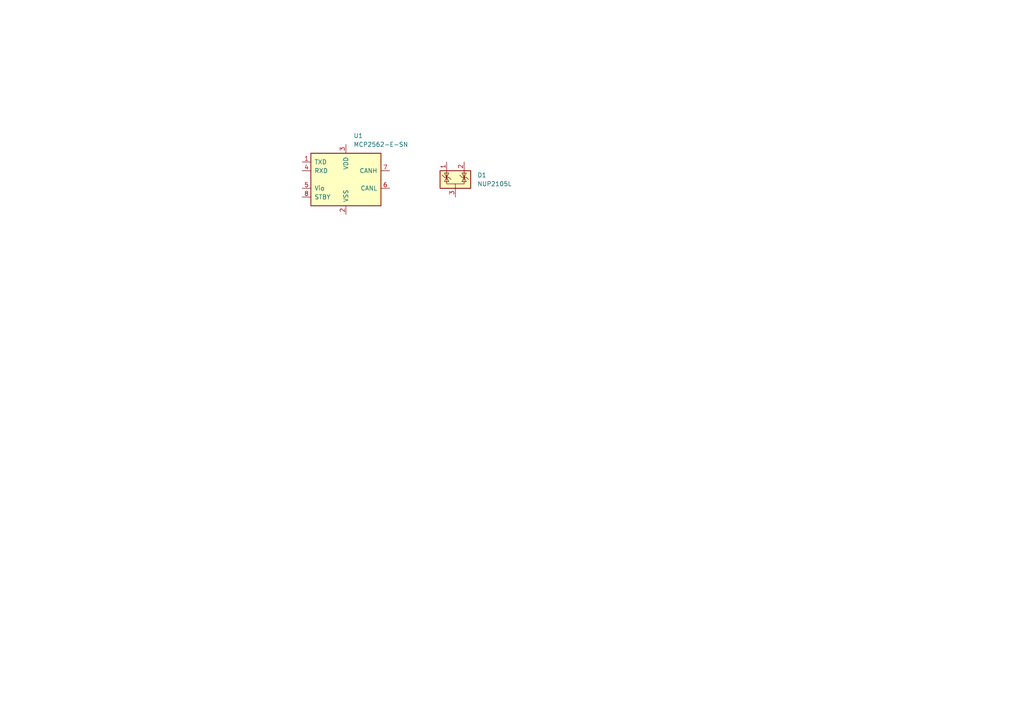
<source format=kicad_sch>
(kicad_sch (version 20231120) (generator "eeschema") (generator_version "8.0")
  (paper "A4")
  (lib_symbols
    (symbol "Interface_CAN_LIN:MCP2562-E-SN" (pin_names (offset 1.016))
      (property "Reference" "U" (at -10.16 8.89 0))
      (property "Value" "MCP2562-E-SN" (at 2.54 8.89 0))
      (symbol "MCP2562-E-SN_0_1"
        (rectangle (start -10.16 7.62) (end 10.16 -7.62) (stroke (width 0.254)) (fill (type background)))
      )
      (symbol "MCP2562-E-SN_1_1"
        (pin input line (at -12.7 5.08 0) (length 2.54) (name "TXD") (number "1"))
        (pin power_in line (at 0 -10.16 90) (length 2.54) (name "VSS") (number "2"))
        (pin power_in line (at 0 10.16 270) (length 2.54) (name "VDD") (number "3"))
        (pin output line (at -12.7 2.54 0) (length 2.54) (name "RXD") (number "4"))
        (pin power_in line (at -12.7 -2.54 0) (length 2.54) (name "Vio") (number "5"))
        (pin bidirectional line (at 12.7 -2.54 180) (length 2.54) (name "CANL") (number "6"))
        (pin bidirectional line (at 12.7 2.54 180) (length 2.54) (name "CANH") (number "7"))
        (pin input line (at -12.7 -5.08 0) (length 2.54) (name "STBY") (number "8"))
      )
    )
    (symbol "Power_Protection:NUP2105L" (pin_names hide)
      (property "Reference" "D" (at 5.715 2.54 0))
      (property "Value" "NUP2105L" (at 5.715 0.635 0))
      (symbol "NUP2105L_0_0"
        (pin passive line (at 0 -5.08 90) (length 2.54) (name "A") (number "3"))
      )
      (symbol "NUP2105L_0_1"
        (rectangle (start -4.445 2.54) (end 4.445 -2.54) (stroke (width 0.254)) (fill (type background)))
        (polyline (pts (xy -2.54 2.54) (xy -2.54 0.635)))
        (polyline (pts (xy 0 -1.27) (xy 0 -2.54)))
        (polyline (pts (xy 2.54 2.54) (xy 2.54 0.635)))
        (polyline (pts (xy -3.81 1.27) (xy -3.175 0.635) (xy -1.905 0.635) (xy -1.27 0)))
        (polyline (pts (xy -2.54 0.635) (xy -2.54 -1.27) (xy 2.54 -1.27) (xy 2.54 0.635)))
        (polyline (pts (xy -2.54 0.635) (xy -1.905 -0.635) (xy -3.175 -0.635) (xy -2.54 0.635)))
        (polyline (pts (xy 2.54 0.635) (xy 1.905 -0.635) (xy 3.175 -0.635) (xy 2.54 0.635)))
        (polyline (pts (xy 2.54 0.635) (xy 3.175 1.905) (xy 1.905 1.905) (xy 2.54 0.635)))
        (polyline (pts (xy -2.54 0.635) (xy -3.175 1.905) (xy -1.905 1.905) (xy -2.54 0.635) (xy -2.54 1.27)))
        (polyline (pts (xy 1.27 1.27) (xy 1.905 0.635) (xy 2.54 0.635) (xy 3.175 0.635) (xy 3.81 0)))
      )
      (symbol "NUP2105L_1_1"
        (pin passive line (at -2.54 5.08 270) (length 2.54) (name "K") (number "1"))
        (pin passive line (at 2.54 5.08 270) (length 2.54) (name "K") (number "2"))
      )
    )
  )
  (symbol (lib_id "Interface_CAN_LIN:MCP2562-E-SN") (at 100.33 52.07 0) (unit 1)
    (property "Reference" "U1" (at 102.5241 39.37 0) (effects (justify left)))
    (property "Value" "MCP2562-E-SN" (at 102.5241 41.91 0) (effects (justify left)))
    (property "Footprint" "Package_SO:SOIC-8_3.9x4.9mm_P1.27mm" (effects (hide yes)))
    (property "Datasheet" "http://ww1.microchip.com/downloads/en/DeviceDoc/25167A.pdf" (effects (hide yes)))
    (property "Description" "High-Speed CAN Transceiver, 1Mbps, 5V supply, Vio pin, -40C to +125C, SOIC-8" (effects (hide yes)))
  )
  (symbol (lib_id "Power_Protection:NUP2105L") (at 132.08 52.07 0) (unit 1)
    (property "Reference" "D1" (at 138.43 50.7999 0) (effects (justify left)))
    (property "Value" "NUP2105L" (at 138.43 53.3399 0) (effects (justify left)))
    (property "Footprint" "Package_TO_SOT_SMD:SOT-23" (effects (hide yes)))
    (property "Datasheet" "http://www.onsemi.com/pub_link/Collateral/NUP2105L-D.PDF" (effects (hide yes)))
    (property "Description" "Dual Line CAN Bus Protector, 24Vrwm" (effects (hide yes)))
  )
)
</source>
